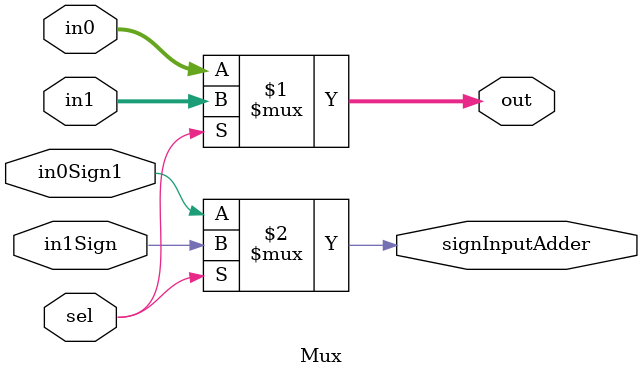
<source format=v>
module Mux( in0Sign1, in1Sign, in0,in1,sel,out,signInputAdder);
input [22:0] in0,in1;
input in0Sign1,in1Sign;
input sel;
output [22:0]out;
output signInputAdder;
assign out=(sel)?in1:in0;
assign signInputAdder=(sel)?in1Sign:in0Sign1;

endmodule

</source>
